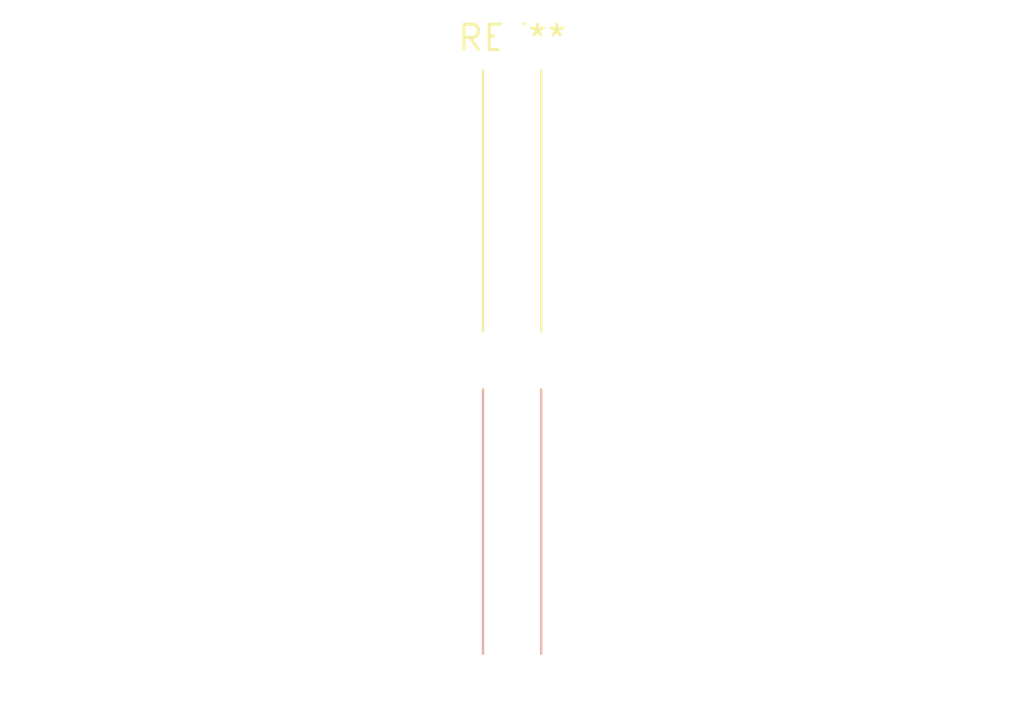
<source format=kicad_pcb>
(kicad_pcb (version 20240108) (generator pcbnew)
  (layers (0 "F.Cu" signal) (31 "B.Cu" signal) (34 "B.Paste" user) (35 "F.Paste" user) (36 "B.SilkS" user "B.Silkscreen") (37 "F.SilkS" user "F.Silkscreen") (38 "B.Mask" user) (39 "F.Mask" user) (44 "Edge.Cuts" user))
  (net 0 "")
  (footprint "SolderWire-1sqmm_1x01_D1.4mm_OD2.7mm_Relief2x" (layer "F.Cu") (at 0 0)
    (property "Reference" "REF**")
    (property "Value" "SolderWire-1sqmm_1x01_D1.4mm_OD2.7mm_Relief2x")
    (fp_line (start -1.46 17.66) (end -1.46 30.94) (layer "B.SilkS") (stroke (width 0.12)))
    (fp_line (start 1.46 17.66) (end 1.46 30.94) (layer "B.SilkS") (stroke (width 0.12)))
    (fp_line (start -1.46 1.635) (end -1.46 14.74) (layer "F.SilkS") (stroke (width 0.12)))
    (fp_line (start 1.46 1.635) (end 1.46 14.74) (layer "F.SilkS") (stroke (width 0.12)))
    (pad "" np_thru_hole circle (at 0 16.2) (size 3.2 3.2) (drill 3.2) (layers *.Cu *.Mask))
    (pad "" np_thru_hole circle (at 0 32.4) (size 3.2 3.2) (drill 3.2) (layers *.Cu *.Mask))
    (pad "1" thru_hole roundrect (at 0 0) (size 2.75 2.75) (drill 1.75) (layers *.Cu *.Mask) (remove_unused_layers) (roundrect_rratio 0.090909))
  )
)
</source>
